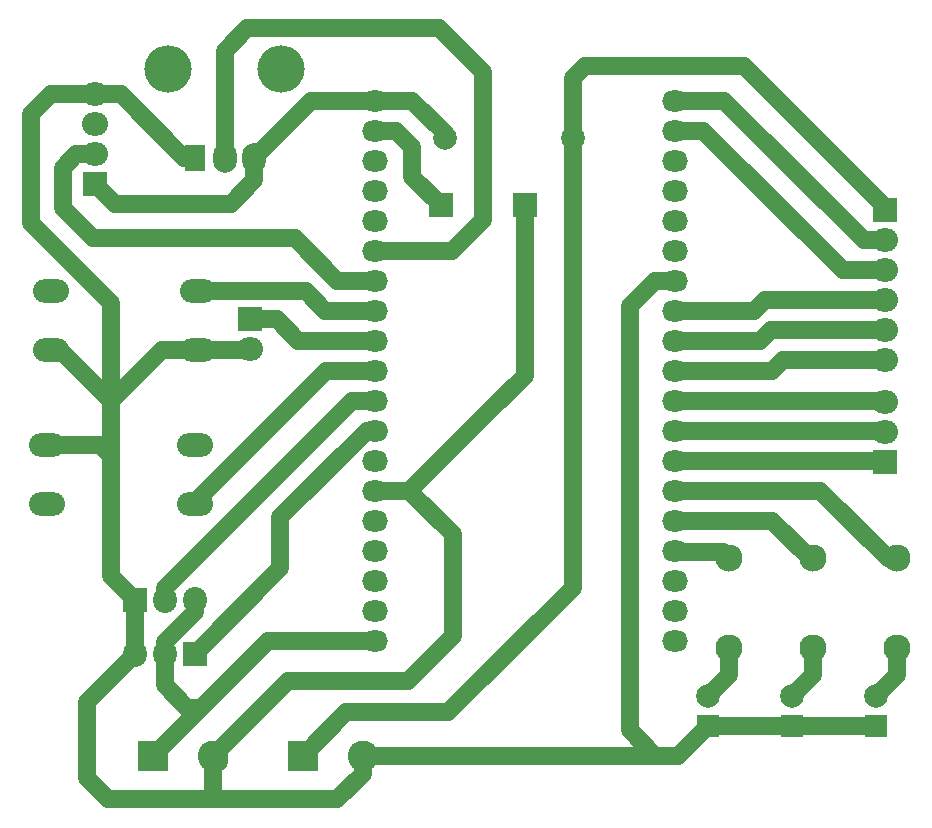
<source format=gbr>
%TF.GenerationSoftware,KiCad,Pcbnew,(6.0.2)*%
%TF.CreationDate,2022-08-31T13:55:06-03:00*%
%TF.ProjectId,placa,706c6163-612e-46b6-9963-61645f706362,rev?*%
%TF.SameCoordinates,Original*%
%TF.FileFunction,Copper,L2,Bot*%
%TF.FilePolarity,Positive*%
%FSLAX46Y46*%
G04 Gerber Fmt 4.6, Leading zero omitted, Abs format (unit mm)*
G04 Created by KiCad (PCBNEW (6.0.2)) date 2022-08-31 13:55:06*
%MOMM*%
%LPD*%
G01*
G04 APERTURE LIST*
%TA.AperFunction,ComponentPad*%
%ADD10R,2.000000X2.000000*%
%TD*%
%TA.AperFunction,ComponentPad*%
%ADD11O,2.000000X2.200000*%
%TD*%
%TA.AperFunction,ComponentPad*%
%ADD12C,2.300000*%
%TD*%
%TA.AperFunction,ComponentPad*%
%ADD13R,1.900000X1.900000*%
%TD*%
%TA.AperFunction,ComponentPad*%
%ADD14C,2.000000*%
%TD*%
%TA.AperFunction,ComponentPad*%
%ADD15R,2.600000X2.600000*%
%TD*%
%TA.AperFunction,ComponentPad*%
%ADD16C,2.600000*%
%TD*%
%TA.AperFunction,ComponentPad*%
%ADD17O,2.200000X2.000000*%
%TD*%
%TA.AperFunction,ComponentPad*%
%ADD18O,3.048000X2.000000*%
%TD*%
%TA.AperFunction,ComponentPad*%
%ADD19O,2.200000X1.800000*%
%TD*%
%TA.AperFunction,ComponentPad*%
%ADD20O,4.000000X4.000000*%
%TD*%
%TA.AperFunction,ComponentPad*%
%ADD21R,1.800000X2.300000*%
%TD*%
%TA.AperFunction,ComponentPad*%
%ADD22O,2.000000X2.500000*%
%TD*%
%TA.AperFunction,ViaPad*%
%ADD23C,2.000000*%
%TD*%
%TA.AperFunction,Conductor*%
%ADD24C,1.500000*%
%TD*%
G04 APERTURE END LIST*
D10*
%TO.P,J2,1,Pin_1*%
%TO.N,GND*%
X60975000Y-88392000D03*
D11*
%TO.P,J2,2,Pin_2*%
%TO.N,Net-(J2-Pad2)*%
X63515000Y-88392000D03*
%TO.P,J2,3,Pin_3*%
%TO.N,5v*%
X66055000Y-88392000D03*
%TD*%
D12*
%TO.P,R1,1*%
%TO.N,Net-(D3-Pad2)*%
X111252000Y-92456000D03*
%TO.P,R1,2*%
%TO.N,Net-(R1-Pad2)*%
X111252000Y-84836000D03*
%TD*%
D13*
%TO.P,D2,1,K*%
%TO.N,GND*%
X116586000Y-99060000D03*
D14*
%TO.P,D2,2,A*%
%TO.N,Net-(D2-Pad2)*%
X116586000Y-96520000D03*
%TD*%
D15*
%TO.P,J5,1,Pin_1*%
%TO.N,5v*%
X62484000Y-101600000D03*
D16*
%TO.P,J5,2,Pin_2*%
%TO.N,GND*%
X67564000Y-101600000D03*
%TD*%
D10*
%TO.P,J12,1,Pin_1*%
%TO.N,GND*%
X93980000Y-54991000D03*
%TD*%
%TO.P,J4,1,Pin_1*%
%TO.N,Net-(J4-Pad1)*%
X124460000Y-76693000D03*
D17*
%TO.P,J4,2,Pin_2*%
%TO.N,Net-(J4-Pad2)*%
X124460000Y-74153000D03*
%TO.P,J4,3,Pin_3*%
%TO.N,Net-(J4-Pad3)*%
X124460000Y-71613000D03*
%TD*%
D13*
%TO.P,D3,1,K*%
%TO.N,GND*%
X109474000Y-99060000D03*
D14*
%TO.P,D3,2,A*%
%TO.N,Net-(D3-Pad2)*%
X109474000Y-96520000D03*
%TD*%
D18*
%TO.P,SW1,1,1*%
%TO.N,btn1*%
X53848000Y-62230000D03*
X66348000Y-62230000D03*
%TO.P,SW1,2,2*%
%TO.N,GND*%
X66348000Y-67230000D03*
X53848000Y-67230000D03*
%TD*%
D10*
%TO.P,J7,1,Pin_1*%
%TO.N,3.3v*%
X124460000Y-55372000D03*
D17*
%TO.P,J7,2,Pin_2*%
%TO.N,GND*%
X124460000Y-57912000D03*
%TO.P,J7,3,Pin_3*%
%TO.N,Net-(J7-Pad3)*%
X124460000Y-60452000D03*
%TO.P,J7,4,Pin_4*%
%TO.N,Net-(J7-Pad4)*%
X124460000Y-62992000D03*
%TO.P,J7,5,Pin_5*%
%TO.N,Net-(J7-Pad5)*%
X124460000Y-65532000D03*
%TO.P,J7,6,Pin_6*%
%TO.N,Net-(J7-Pad6)*%
X124460000Y-68072000D03*
%TD*%
D15*
%TO.P,J6,1,Pin_1*%
%TO.N,3.3v*%
X75184000Y-101600000D03*
D16*
%TO.P,J6,2,Pin_2*%
%TO.N,GND*%
X80264000Y-101600000D03*
%TD*%
D13*
%TO.P,D1,1,K*%
%TO.N,GND*%
X123698000Y-99060000D03*
D14*
%TO.P,D1,2,A*%
%TO.N,Net-(D1-Pad2)*%
X123698000Y-96520000D03*
%TD*%
D10*
%TO.P,J8,1,Pin_1*%
%TO.N,dac*%
X70739000Y-64643000D03*
D17*
%TO.P,J8,2,Pin_2*%
%TO.N,GND*%
X70739000Y-67183000D03*
%TD*%
D10*
%TO.P,J11,1,Pin_1*%
%TO.N,/EN*%
X86868000Y-54991000D03*
%TD*%
D18*
%TO.P,SW2,1,1*%
%TO.N,btn2*%
X53540000Y-80264000D03*
X66040000Y-80264000D03*
%TO.P,SW2,2,2*%
%TO.N,GND*%
X53540000Y-75264000D03*
X66040000Y-75264000D03*
%TD*%
D19*
%TO.P,U1,1,3V3*%
%TO.N,3.3v*%
X81280000Y-46136560D03*
%TO.P,U1,2,CHIP_PU*%
%TO.N,/EN*%
X81280000Y-48676560D03*
%TO.P,U1,3,SENSOR_VP/GPIO36/ADC1_CH0*%
%TO.N,unconnected-(U1-Pad3)*%
X81280000Y-51216560D03*
%TO.P,U1,4,SENSOR_VN/GPIO39/ADC1_CH3*%
%TO.N,unconnected-(U1-Pad4)*%
X81280000Y-53756560D03*
%TO.P,U1,5,VDET_1/GPIO34/ADC1_CH6*%
%TO.N,unconnected-(U1-Pad5)*%
X81280000Y-56296560D03*
%TO.P,U1,6,VDET_2/GPIO35/ADC1_CH7*%
%TO.N,Net-(RV1-Pad2)*%
X81280000Y-58836560D03*
%TO.P,U1,7,32K_XP/GPIO32/ADC1_CH4*%
%TO.N,Net-(J1-Pad2)*%
X81280000Y-61376560D03*
%TO.P,U1,8,32K_XN/GPIO33/ADC1_CH5*%
%TO.N,btn1*%
X81280000Y-63916560D03*
%TO.P,U1,9,DAC_1/ADC2_CH8/GPIO25*%
%TO.N,dac*%
X81280000Y-66456560D03*
%TO.P,U1,10,DAC_2/ADC2_CH9/GPIO26*%
%TO.N,btn2*%
X81280000Y-68996560D03*
%TO.P,U1,11,ADC2_CH7/GPIO27*%
%TO.N,Net-(J2-Pad2)*%
X81280000Y-71536560D03*
%TO.P,U1,12,MTMS/GPIO14/ADC2_CH6*%
%TO.N,Net-(J3-Pad1)*%
X81280000Y-74076560D03*
%TO.P,U1,13,\u002AMTDI/GPIO12/ADC2_CH5*%
%TO.N,unconnected-(U1-Pad13)*%
X81280000Y-76616560D03*
%TO.P,U1,14,GND*%
%TO.N,GND*%
X81280000Y-79156560D03*
%TO.P,U1,15,MTCK/GPIO13/ADC2_CH4*%
%TO.N,unconnected-(U1-Pad15)*%
X81280000Y-81696560D03*
%TO.P,U1,16,SD_DATA2/GPIO9*%
%TO.N,unconnected-(U1-Pad16)*%
X81280000Y-84236560D03*
%TO.P,U1,17,SD_DATA3/GPIO10*%
%TO.N,unconnected-(U1-Pad17)*%
X81280000Y-86776560D03*
%TO.P,U1,18,CMD*%
%TO.N,unconnected-(U1-Pad18)*%
X81280000Y-89316560D03*
%TO.P,U1,19,5V*%
%TO.N,5v*%
X81280000Y-91856560D03*
%TO.P,U1,20,SD_CLK/GPIO6*%
%TO.N,unconnected-(U1-Pad20)*%
X106676320Y-91853840D03*
%TO.P,U1,21,SD_DATA0/GPIO7*%
%TO.N,unconnected-(U1-Pad21)*%
X106676320Y-89313840D03*
%TO.P,U1,22,SD_DATA1/GPIO8*%
%TO.N,unconnected-(U1-Pad22)*%
X106680000Y-86776560D03*
%TO.P,U1,23,\u002AMTDO/GPIO15/ADC2_CH3*%
%TO.N,Net-(R1-Pad2)*%
X106680000Y-84236560D03*
%TO.P,U1,24,ADC2_CH2/\u002AGPIO2*%
%TO.N,Net-(R2-Pad2)*%
X106680000Y-81696560D03*
%TO.P,U1,25,\u002AGPIO0/BOOT/ADC2_CH1*%
%TO.N,Net-(R3-Pad1)*%
X106680000Y-79156560D03*
%TO.P,U1,26,ADC2_CH0/GPIO4*%
%TO.N,Net-(J4-Pad1)*%
X106680000Y-76616560D03*
%TO.P,U1,27,GPIO16*%
%TO.N,Net-(J4-Pad2)*%
X106680000Y-74076560D03*
%TO.P,U1,28,GPIO17*%
%TO.N,Net-(J4-Pad3)*%
X106680000Y-71536560D03*
%TO.P,U1,29,\u002AGPIO5*%
%TO.N,Net-(J7-Pad6)*%
X106680000Y-68996560D03*
%TO.P,U1,30,GPIO18*%
%TO.N,Net-(J7-Pad5)*%
X106680000Y-66456560D03*
%TO.P,U1,31,GPIO19*%
%TO.N,Net-(J7-Pad4)*%
X106680000Y-63916560D03*
%TO.P,U1,32,GND*%
%TO.N,GND*%
X106680000Y-61376560D03*
%TO.P,U1,33,GPIO21*%
%TO.N,unconnected-(U1-Pad33)*%
X106680000Y-58836560D03*
%TO.P,U1,34,U0RXD/GPIO3*%
%TO.N,unconnected-(U1-Pad34)*%
X106680000Y-56296560D03*
%TO.P,U1,35,U0TXD/GPIO1*%
%TO.N,unconnected-(U1-Pad35)*%
X106680000Y-53756560D03*
%TO.P,U1,36,GPIO22*%
%TO.N,unconnected-(U1-Pad36)*%
X106680000Y-51216560D03*
%TO.P,U1,37,GPIO23*%
%TO.N,Net-(J7-Pad3)*%
X106680000Y-48676560D03*
%TO.P,U1,38,GND*%
%TO.N,GND*%
X106680000Y-46136560D03*
%TD*%
D12*
%TO.P,R3,1*%
%TO.N,Net-(R3-Pad1)*%
X125476000Y-84836000D03*
%TO.P,R3,2*%
%TO.N,Net-(D1-Pad2)*%
X125476000Y-92456000D03*
%TD*%
D20*
%TO.P,RV1,*%
%TO.N,*%
X73380000Y-43437000D03*
X63780000Y-43437000D03*
D21*
%TO.P,RV1,1,1*%
%TO.N,GND*%
X66080000Y-50937000D03*
D22*
%TO.P,RV1,2,2*%
%TO.N,Net-(RV1-Pad2)*%
X68580000Y-50937000D03*
%TO.P,RV1,3,3*%
%TO.N,3.3v*%
X71080000Y-50937000D03*
%TD*%
D10*
%TO.P,J1,1,Pin_1*%
%TO.N,3.3v*%
X57633000Y-53203000D03*
D17*
%TO.P,J1,2,Pin_2*%
%TO.N,Net-(J1-Pad2)*%
X57633000Y-50663000D03*
%TO.P,J1,3,Pin_3*%
%TO.N,unconnected-(J1-Pad3)*%
X57633000Y-48123000D03*
%TO.P,J1,4,Pin_4*%
%TO.N,GND*%
X57633000Y-45583000D03*
%TD*%
D12*
%TO.P,R2,1*%
%TO.N,Net-(D2-Pad2)*%
X118364000Y-92456000D03*
%TO.P,R2,2*%
%TO.N,Net-(R2-Pad2)*%
X118364000Y-84836000D03*
%TD*%
D10*
%TO.P,J3,1,Pin_1*%
%TO.N,Net-(J3-Pad1)*%
X66040000Y-92964000D03*
D11*
%TO.P,J3,2,Pin_2*%
%TO.N,5v*%
X63500000Y-92964000D03*
%TO.P,J3,3,Pin_3*%
%TO.N,GND*%
X60960000Y-92964000D03*
%TD*%
D23*
%TO.N,3.3v*%
X98044000Y-49276000D03*
X87249000Y-49276000D03*
%TD*%
D24*
%TO.N,GND*%
X116586000Y-99060000D02*
X123698000Y-99060000D01*
X59807000Y-45583000D02*
X53858000Y-45583000D01*
X56896000Y-97028000D02*
X56896000Y-103505000D01*
X73914000Y-95250000D02*
X67564000Y-101600000D01*
X84236560Y-79156560D02*
X87884000Y-82804000D01*
X58928000Y-71548000D02*
X58928000Y-76200000D01*
X109474000Y-99060000D02*
X116586000Y-99060000D01*
X53858000Y-45583000D02*
X52197000Y-47244000D01*
X122682000Y-57912000D02*
X110906560Y-46136560D01*
X60960000Y-88407000D02*
X60975000Y-88392000D01*
X106680000Y-61376560D02*
X104993440Y-61376560D01*
X52197000Y-47244000D02*
X52197000Y-56515000D01*
X66348000Y-67230000D02*
X70692000Y-67230000D01*
X56896000Y-103505000D02*
X58674000Y-105283000D01*
X124460000Y-57912000D02*
X122682000Y-57912000D01*
X67564000Y-101600000D02*
X68072000Y-102108000D01*
X109474000Y-99060000D02*
X106934000Y-101600000D01*
X57992000Y-75264000D02*
X53540000Y-75264000D01*
X63246000Y-67230000D02*
X58928000Y-71548000D01*
X93980000Y-69413120D02*
X90979621Y-72413499D01*
X58928000Y-71548000D02*
X58928000Y-63246000D01*
X87884000Y-82804000D02*
X87884000Y-91440000D01*
X87884000Y-91440000D02*
X84074000Y-95250000D01*
X90979621Y-72413499D02*
X84236560Y-79156560D01*
X53848000Y-67230000D02*
X54610000Y-67230000D01*
X81280000Y-79156560D02*
X84236560Y-79156560D01*
X58928000Y-86345000D02*
X58928000Y-76200000D01*
X58928000Y-76200000D02*
X57992000Y-75264000D01*
X60960000Y-92964000D02*
X60960000Y-88407000D01*
X58928000Y-63246000D02*
X58293000Y-62611000D01*
X104993440Y-61376560D02*
X102870000Y-63500000D01*
X58674000Y-105283000D02*
X67691000Y-105283000D01*
X106934000Y-101600000D02*
X106680000Y-101600000D01*
X80264000Y-103124000D02*
X80264000Y-101600000D01*
X60960000Y-92964000D02*
X56896000Y-97028000D01*
X66348000Y-67230000D02*
X63246000Y-67230000D01*
X110906560Y-46136560D02*
X106680000Y-46136560D01*
X80264000Y-101600000D02*
X105029000Y-101600000D01*
X105029000Y-101600000D02*
X106680000Y-101600000D01*
X93980000Y-54991000D02*
X93980000Y-69413120D01*
X60975000Y-88392000D02*
X58928000Y-86345000D01*
X70692000Y-67230000D02*
X70739000Y-67183000D01*
X67691000Y-105283000D02*
X78105000Y-105283000D01*
X67691000Y-105283000D02*
X67564000Y-105156000D01*
X102870000Y-63500000D02*
X102870000Y-99441000D01*
X52197000Y-56515000D02*
X58293000Y-62611000D01*
X78105000Y-105283000D02*
X80264000Y-103124000D01*
X67564000Y-101600000D02*
X67564000Y-105156000D01*
X54610000Y-67230000D02*
X58928000Y-71548000D01*
X102870000Y-99441000D02*
X105029000Y-101600000D01*
X66080000Y-50937000D02*
X65161000Y-50937000D01*
X84074000Y-95250000D02*
X73914000Y-95250000D01*
X65161000Y-50937000D02*
X59807000Y-45583000D01*
%TO.N,Net-(J1-Pad2)*%
X54864000Y-51817489D02*
X56018489Y-50663000D01*
X74549000Y-57785000D02*
X57404000Y-57785000D01*
X54864000Y-55245000D02*
X54864000Y-51817489D01*
X78140560Y-61376560D02*
X74549000Y-57785000D01*
X57404000Y-57785000D02*
X54864000Y-55245000D01*
X81280000Y-61376560D02*
X78140560Y-61376560D01*
X56018489Y-50663000D02*
X57633000Y-50663000D01*
%TO.N,5v*%
X63500000Y-91948000D02*
X63500000Y-92964000D01*
X72227440Y-91856560D02*
X81280000Y-91856560D01*
X66548000Y-97536000D02*
X72227440Y-91856560D01*
X63500000Y-95631000D02*
X65405000Y-97536000D01*
X62484000Y-101600000D02*
X66548000Y-97536000D01*
X65405000Y-97536000D02*
X66548000Y-97536000D01*
X66055000Y-88392000D02*
X66055000Y-89393000D01*
X63500000Y-92964000D02*
X63500000Y-95631000D01*
X66055000Y-89393000D02*
X63500000Y-91948000D01*
%TO.N,3.3v*%
X75880440Y-46136560D02*
X81280000Y-46136560D01*
X81280000Y-46136560D02*
X84490560Y-46136560D01*
X124460000Y-55118000D02*
X112522000Y-43180000D01*
X59294000Y-54864000D02*
X69088000Y-54864000D01*
X98044000Y-87376000D02*
X98044000Y-49276000D01*
X124460000Y-55372000D02*
X124460000Y-55118000D01*
X69088000Y-54864000D02*
X71080000Y-52872000D01*
X87503000Y-97917000D02*
X98044000Y-87376000D01*
X99060000Y-43180000D02*
X98044000Y-44196000D01*
X71080000Y-50937000D02*
X75880440Y-46136560D01*
X78867000Y-97917000D02*
X87503000Y-97917000D01*
X84490560Y-46136560D02*
X87249000Y-48895000D01*
X71080000Y-52872000D02*
X71080000Y-50937000D01*
X75184000Y-101600000D02*
X78867000Y-97917000D01*
X87249000Y-48895000D02*
X87249000Y-49276000D01*
X112522000Y-43180000D02*
X99060000Y-43180000D01*
X98044000Y-44196000D02*
X98044000Y-49276000D01*
X57633000Y-53203000D02*
X59294000Y-54864000D01*
%TO.N,Net-(D1-Pad2)*%
X123698000Y-96520000D02*
X125476000Y-94742000D01*
X125476000Y-94742000D02*
X125476000Y-92456000D01*
%TO.N,btn1*%
X77124560Y-63916560D02*
X81280000Y-63916560D01*
X66348000Y-62230000D02*
X75438000Y-62230000D01*
X75438000Y-62230000D02*
X77124560Y-63916560D01*
%TO.N,btn2*%
X66040000Y-80137000D02*
X77180440Y-68996560D01*
X66040000Y-80264000D02*
X66040000Y-80137000D01*
X77180440Y-68996560D02*
X81280000Y-68996560D01*
%TO.N,/EN*%
X84455000Y-50038000D02*
X84455000Y-52578000D01*
X81280000Y-48676560D02*
X83093560Y-48676560D01*
X84455000Y-52578000D02*
X86868000Y-54991000D01*
X83093560Y-48676560D02*
X84455000Y-50038000D01*
%TO.N,Net-(R1-Pad2)*%
X106771440Y-84328000D02*
X106680000Y-84236560D01*
X110744000Y-84328000D02*
X106771440Y-84328000D01*
X111252000Y-84836000D02*
X110744000Y-84328000D01*
%TO.N,Net-(D2-Pad2)*%
X116586000Y-96520000D02*
X118364000Y-94742000D01*
X118364000Y-94742000D02*
X118364000Y-92456000D01*
%TO.N,Net-(J2-Pad2)*%
X79339440Y-71536560D02*
X81280000Y-71536560D01*
X63515000Y-88392000D02*
X63515000Y-87361000D01*
X63515000Y-87361000D02*
X79339440Y-71536560D01*
%TO.N,Net-(D3-Pad2)*%
X109474000Y-96520000D02*
X111252000Y-94742000D01*
X111252000Y-94742000D02*
X111252000Y-92456000D01*
%TO.N,Net-(J4-Pad1)*%
X106680000Y-76616560D02*
X124368560Y-76616560D01*
X124368560Y-76616560D02*
X124460000Y-76708000D01*
%TO.N,Net-(J4-Pad2)*%
X106680000Y-74076560D02*
X124368560Y-74076560D01*
X124368560Y-74076560D02*
X124460000Y-74168000D01*
%TO.N,Net-(J4-Pad3)*%
X124368560Y-71536560D02*
X124460000Y-71628000D01*
X106680000Y-71536560D02*
X124368560Y-71536560D01*
%TO.N,Net-(J7-Pad3)*%
X109128560Y-48676560D02*
X106680000Y-48676560D01*
X120904000Y-60452000D02*
X109128560Y-48676560D01*
X124460000Y-60452000D02*
X120904000Y-60452000D01*
%TO.N,Net-(J7-Pad4)*%
X113375440Y-63916560D02*
X106680000Y-63916560D01*
X114300000Y-62992000D02*
X113375440Y-63916560D01*
X124460000Y-62992000D02*
X114300000Y-62992000D01*
%TO.N,Net-(J7-Pad5)*%
X113883440Y-66456560D02*
X106680000Y-66456560D01*
X114808000Y-65532000D02*
X113883440Y-66456560D01*
X124460000Y-65532000D02*
X114808000Y-65532000D01*
%TO.N,Net-(J7-Pad6)*%
X124460000Y-68072000D02*
X115824000Y-68072000D01*
X114899440Y-68996560D02*
X106680000Y-68996560D01*
X115824000Y-68072000D02*
X114899440Y-68996560D01*
%TO.N,Net-(R2-Pad2)*%
X118110000Y-84836000D02*
X114970560Y-81696560D01*
X118364000Y-84836000D02*
X118110000Y-84836000D01*
X114970560Y-81696560D02*
X106680000Y-81696560D01*
%TO.N,Net-(J3-Pad1)*%
X73279000Y-85725000D02*
X73279000Y-81407000D01*
X81280000Y-74076560D02*
X81696560Y-74076560D01*
X73279000Y-81407000D02*
X80609440Y-74076560D01*
X80609440Y-74076560D02*
X81280000Y-74076560D01*
X66040000Y-92964000D02*
X73279000Y-85725000D01*
%TO.N,dac*%
X73025000Y-64643000D02*
X74838560Y-66456560D01*
X70739000Y-64643000D02*
X73025000Y-64643000D01*
X81280000Y-66456560D02*
X74838560Y-66456560D01*
%TO.N,Net-(R3-Pad1)*%
X125476000Y-84836000D02*
X124714000Y-84836000D01*
X119034560Y-79156560D02*
X106680000Y-79156560D01*
X124714000Y-84836000D02*
X119034560Y-79156560D01*
%TO.N,Net-(RV1-Pad2)*%
X86741000Y-40005000D02*
X90424000Y-43688000D01*
X87848440Y-58836560D02*
X81280000Y-58836560D01*
X68580000Y-41910000D02*
X70485000Y-40005000D01*
X90424000Y-43688000D02*
X90424000Y-56261000D01*
X90424000Y-56261000D02*
X87848440Y-58836560D01*
X68580000Y-50937000D02*
X68580000Y-41910000D01*
X70485000Y-40005000D02*
X86741000Y-40005000D01*
%TD*%
M02*

</source>
